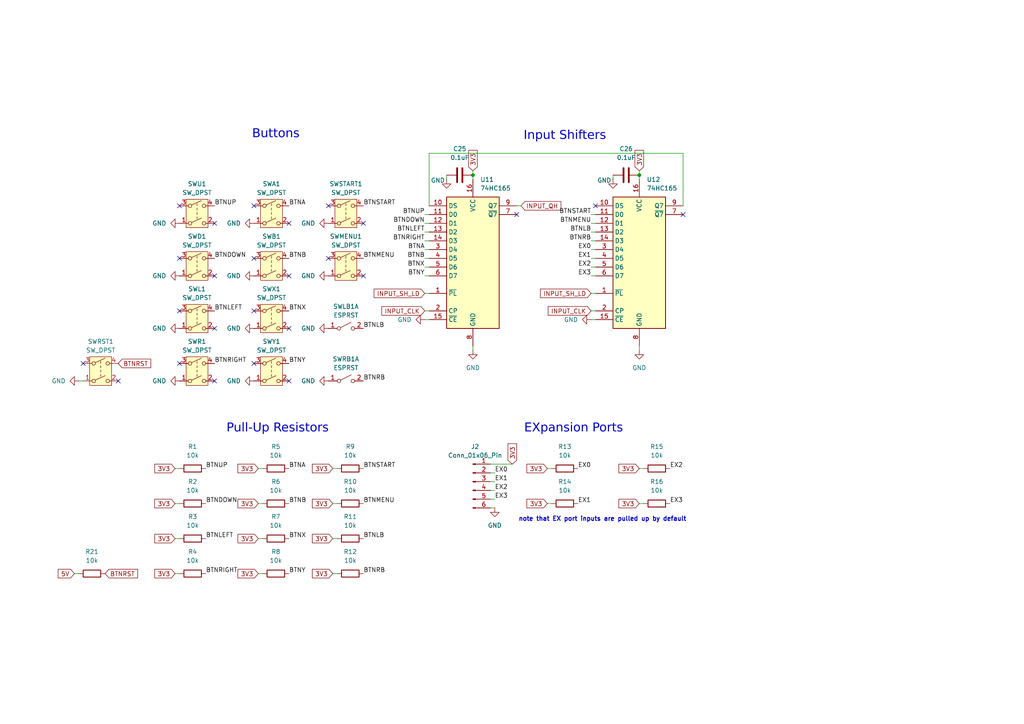
<source format=kicad_sch>
(kicad_sch (version 20250114) (generator "eeschema") (generator_version "9.0")
  (paper "A4")
  (lib_symbols
    (symbol "74xx:74HC165"
      (property "Reference" "U" (at -7.62 19.05 0))
      (property "Value" "74HC165" (at -7.62 -21.59 0))
      (symbol "74HC165_1_0"
        (pin input line (at -12.7 15.24 0) (length 5.08) (name "DS") (number "10"))
        (pin input line (at -12.7 12.7 0) (length 5.08) (name "D0") (number "11"))
        (pin input line (at -12.7 10.16 0) (length 5.08) (name "D1") (number "12"))
        (pin input line (at -12.7 7.62 0) (length 5.08) (name "D2") (number "13"))
        (pin input line (at -12.7 5.08 0) (length 5.08) (name "D3") (number "14"))
        (pin input line (at -12.7 2.54 0) (length 5.08) (name "D4") (number "3"))
        (pin input line (at -12.7 0 0) (length 5.08) (name "D5") (number "4"))
        (pin input line (at -12.7 -2.54 0) (length 5.08) (name "D6") (number "5"))
        (pin input line (at -12.7 -5.08 0) (length 5.08) (name "D7") (number "6"))
        (pin input line (at -12.7 -10.16 0) (length 5.08) (name "~{PL}") (number "1"))
        (pin input line (at -12.7 -15.24 0) (length 5.08) (name "CP") (number "2"))
        (pin input line (at -12.7 -17.78 0) (length 5.08) (name "~{CE}") (number "15"))
        (pin power_in line (at 0 22.86 270) (length 5.08) (name "VCC") (number "16"))
        (pin power_in line (at 0 -25.4 90) (length 5.08) (name "GND") (number "8"))
        (pin output line (at 12.7 15.24 180) (length 5.08) (name "Q7") (number "9"))
        (pin output line (at 12.7 12.7 180) (length 5.08) (name "~{Q7}") (number "7"))
      )
      (symbol "74HC165_1_1"
        (rectangle (start -7.62 17.78) (end 7.62 -20.32) (stroke (width 0.254)) (fill (type background)))
      )
    )
    (symbol "Connector:Conn_01x06_Pin" (pin_names (offset 1.016) (hide yes))
      (property "Reference" "J" (at 0 7.62 0))
      (property "Value" "Conn_01x06_Pin" (at 0 -10.16 0))
      (symbol "Conn_01x06_Pin_1_1"
        (rectangle (start 0.8636 5.207) (end 0 4.953) (stroke (width 0.1524)) (fill (type outline)))
        (rectangle (start 0.8636 2.667) (end 0 2.413) (stroke (width 0.1524)) (fill (type outline)))
        (rectangle (start 0.8636 0.127) (end 0 -0.127) (stroke (width 0.1524)) (fill (type outline)))
        (rectangle (start 0.8636 -2.413) (end 0 -2.667) (stroke (width 0.1524)) (fill (type outline)))
        (rectangle (start 0.8636 -4.953) (end 0 -5.207) (stroke (width 0.1524)) (fill (type outline)))
        (rectangle (start 0.8636 -7.493) (end 0 -7.747) (stroke (width 0.1524)) (fill (type outline)))
        (polyline (pts (xy 1.27 5.08) (xy 0.8636 5.08)) (stroke (width 0.1524)))
        (polyline (pts (xy 1.27 2.54) (xy 0.8636 2.54)) (stroke (width 0.1524)))
        (polyline (pts (xy 1.27 0) (xy 0.8636 0)) (stroke (width 0.1524)))
        (polyline (pts (xy 1.27 -2.54) (xy 0.8636 -2.54)) (stroke (width 0.1524)))
        (polyline (pts (xy 1.27 -5.08) (xy 0.8636 -5.08)) (stroke (width 0.1524)))
        (polyline (pts (xy 1.27 -7.62) (xy 0.8636 -7.62)) (stroke (width 0.1524)))
        (pin passive line (at 5.08 5.08 180) (length 3.81) (name "Pin_1") (number "1"))
        (pin passive line (at 5.08 2.54 180) (length 3.81) (name "Pin_2") (number "2"))
        (pin passive line (at 5.08 0 180) (length 3.81) (name "Pin_3") (number "3"))
        (pin passive line (at 5.08 -2.54 180) (length 3.81) (name "Pin_4") (number "4"))
        (pin passive line (at 5.08 -5.08 180) (length 3.81) (name "Pin_5") (number "5"))
        (pin passive line (at 5.08 -7.62 180) (length 3.81) (name "Pin_6") (number "6"))
      )
    )
    (symbol "Device:C" (pin_numbers (hide yes)) (pin_names (offset 0.254))
      (property "Reference" "C" (at 0.635 2.54 0))
      (property "Value" "C" (at 0.635 -2.54 0))
      (symbol "C_0_1"
        (polyline (pts (xy -2.032 0.762) (xy 2.032 0.762)) (stroke (width 0.508)))
        (polyline (pts (xy -2.032 -0.762) (xy 2.032 -0.762)) (stroke (width 0.508)))
      )
      (symbol "C_1_1"
        (pin passive line (at 0 3.81 270) (length 2.794) (name "~") (number "1"))
        (pin passive line (at 0 -3.81 90) (length 2.794) (name "~") (number "2"))
      )
    )
    (symbol "Device:R" (pin_numbers (hide yes)) (pin_names (offset 0))
      (property "Reference" "R" (at 2.032 0 90))
      (property "Value" "R" (at 0 0 90))
      (symbol "R_0_1"
        (rectangle (start -1.016 -2.54) (end 1.016 2.54) (stroke (width 0.254)))
      )
      (symbol "R_1_1"
        (pin passive line (at 0 3.81 270) (length 1.27) (name "~") (number "1"))
        (pin passive line (at 0 -3.81 90) (length 1.27) (name "~") (number "2"))
      )
    )
    (symbol "Switch:SW_DPST" (pin_names (offset 0) (hide yes))
      (property "Reference" "SW" (at 0 6.35 0))
      (property "Value" "SW_DPST" (at 0 -5.08 0))
      (symbol "SW_DPST_0_0"
        (circle (center -2.032 2.54) (radius 0.508))
        (circle (center -2.032 -2.54) (radius 0.508))
        (polyline (pts (xy -1.524 2.794) (xy 1.27 4.064)))
        (polyline (pts (xy -1.524 -2.286) (xy 1.27 -1.016)))
        (polyline (pts (xy 0 2.54) (xy 0 3.175)))
        (polyline (pts (xy 0 1.27) (xy 0 1.905)))
        (polyline (pts (xy 0 0) (xy 0 0.635)))
        (polyline (pts (xy 0 -1.27) (xy 0 -0.635)))
        (circle (center 2.032 2.54) (radius 0.508))
        (circle (center 2.032 -2.54) (radius 0.508))
      )
      (symbol "SW_DPST_1_1"
        (rectangle (start -3.175 4.445) (end 3.175 -3.81) (fill (type background)))
        (pin passive line (at -5.08 2.54 0) (length 2.54) (name "3") (number "3"))
        (pin passive line (at -5.08 -2.54 0) (length 2.54) (name "1") (number "1"))
        (pin passive line (at 5.08 2.54 180) (length 2.54) (name "4") (number "4"))
        (pin passive line (at 5.08 -2.54 180) (length 2.54) (name "2") (number "2"))
      )
    )
    (symbol "Switch:SW_DPST_x2" (pin_names (offset 0) (hide yes))
      (property "Reference" "SW" (at 0 3.175 0))
      (property "Value" "SW_DPST_x2" (at 0 -2.54 0))
      (symbol "SW_DPST_x2_0_0"
        (circle (center -2.032 0) (radius 0.508))
        (polyline (pts (xy -1.524 0.254) (xy 1.524 1.778)))
        (circle (center 2.032 0) (radius 0.508))
      )
      (symbol "SW_DPST_x2_1_1"
        (pin passive line (at -5.08 0 0) (length 2.54) (name "A") (number "1"))
        (pin passive line (at 5.08 0 180) (length 2.54) (name "B") (number "2"))
      )
      (symbol "SW_DPST_x2_2_1"
        (pin passive line (at -5.08 0 0) (length 2.54) (name "A") (number "3"))
        (pin passive line (at 5.08 0 180) (length 2.54) (name "B") (number "4"))
      )
    )
    (symbol "power:GND" (power) (pin_numbers (hide yes)) (pin_names (offset 0) (hide yes))
      (property "Value" "GND" (at 0 -3.81 0))
      (symbol "GND_0_1"
        (polyline (pts (xy 0 0) (xy 0 -1.27) (xy 1.27 -1.27) (xy 0 -2.54) (xy -1.27 -1.27) (xy 0 -1.27)))
      )
      (symbol "GND_1_1"
        (pin power_in line (at 0 0 270) (length 0) (name "~") (number "1"))
      )
    )
  )
  (text "Pull-Up Resistors\n" (at 80.518 124.968 0) (effects (font (size 2.54 2.54))))
  (text "EXpansion Ports" (at 166.37 124.968 0) (effects (font (size 2.54 2.54))))
  (text "note that EX port inputs are pulled up by default" (at 174.752 150.622 0) (effects (font (size 1.27 1.27) (thickness 0.254) (bold yes))))
  (text "Buttons" (at 80.01 39.624 0) (effects (font (size 2.54 2.54))))
  (text "Input Shifters" (at 163.83 40.132 0) (effects (font (size 2.54 2.54))))
  (junction (at 185.42 50.8))
  (junction (at 137.16 50.8))
  (no_connect (at 105.41 80.01))
  (no_connect (at 73.66 74.93))
  (no_connect (at 83.82 80.01))
  (no_connect (at 149.86 62.23))
  (no_connect (at 24.13 105.41))
  (no_connect (at 52.07 74.93))
  (no_connect (at 62.23 110.49))
  (no_connect (at 73.66 90.17))
  (no_connect (at 83.82 64.77))
  (no_connect (at 83.82 110.49))
  (no_connect (at 34.29 110.49))
  (no_connect (at 52.07 105.41))
  (no_connect (at 83.82 95.25))
  (no_connect (at 62.23 80.01))
  (no_connect (at 62.23 64.77))
  (no_connect (at 52.07 90.17))
  (no_connect (at 105.41 64.77))
  (no_connect (at 73.66 105.41))
  (no_connect (at 172.72 59.69))
  (no_connect (at 198.12 62.23))
  (no_connect (at 52.07 59.69))
  (no_connect (at 95.25 74.93))
  (no_connect (at 95.25 59.69))
  (no_connect (at 62.23 95.25))
  (no_connect (at 73.66 59.69))
  (wire (pts (xy 137.16 50.8) (xy 137.16 52.07)))
  (wire (pts (xy 185.42 146.05) (xy 186.69 146.05)))
  (wire (pts (xy 96.52 146.05) (xy 97.79 146.05)))
  (wire (pts (xy 123.19 67.31) (xy 124.46 67.31)))
  (wire (pts (xy 96.52 166.37) (xy 97.79 166.37)))
  (wire (pts (xy 96.52 156.21) (xy 97.79 156.21)))
  (wire (pts (xy 143.51 142.24) (xy 142.24 142.24)))
  (wire (pts (xy 96.52 135.89) (xy 97.79 135.89)))
  (wire (pts (xy 50.8 146.05) (xy 52.07 146.05)))
  (wire (pts (xy 171.45 92.71) (xy 172.72 92.71)))
  (wire (pts (xy 185.42 49.53) (xy 185.42 50.8)))
  (wire (pts (xy 151.13 59.69) (xy 149.86 59.69)))
  (wire (pts (xy 137.16 49.53) (xy 137.16 50.8)))
  (wire (pts (xy 123.19 74.93) (xy 124.46 74.93)))
  (wire (pts (xy 123.19 64.77) (xy 124.46 64.77)))
  (wire (pts (xy 123.19 90.17) (xy 124.46 90.17)))
  (wire (pts (xy 171.45 69.85) (xy 172.72 69.85)))
  (wire (pts (xy 74.93 146.05) (xy 76.2 146.05)))
  (wire (pts (xy 171.45 67.31) (xy 172.72 67.31)))
  (wire (pts (xy 22.86 110.49) (xy 24.13 110.49)))
  (wire (pts (xy 177.8 52.07) (xy 177.8 50.8)))
  (wire (pts (xy 50.8 166.37) (xy 52.07 166.37)))
  (wire (pts (xy 171.45 80.01) (xy 172.72 80.01)))
  (wire (pts (xy 198.12 44.45) (xy 198.12 59.69)))
  (wire (pts (xy 171.45 74.93) (xy 172.72 74.93)))
  (wire (pts (xy 129.54 52.07) (xy 129.54 50.8)))
  (wire (pts (xy 74.93 166.37) (xy 76.2 166.37)))
  (wire (pts (xy 185.42 101.6) (xy 185.42 100.33)))
  (wire (pts (xy 123.19 72.39) (xy 124.46 72.39)))
  (wire (pts (xy 158.75 146.05) (xy 160.02 146.05)))
  (wire (pts (xy 185.42 50.8) (xy 185.42 52.07)))
  (wire (pts (xy 123.19 62.23) (xy 124.46 62.23)))
  (wire (pts (xy 124.46 44.45) (xy 124.46 59.69)))
  (wire (pts (xy 171.45 64.77) (xy 172.72 64.77)))
  (wire (pts (xy 123.19 77.47) (xy 124.46 77.47)))
  (wire (pts (xy 143.51 144.78) (xy 142.24 144.78)))
  (wire (pts (xy 171.45 72.39) (xy 172.72 72.39)))
  (wire (pts (xy 74.93 135.89) (xy 76.2 135.89)))
  (wire (pts (xy 50.8 135.89) (xy 52.07 135.89)))
  (wire (pts (xy 74.93 156.21) (xy 76.2 156.21)))
  (wire (pts (xy 171.45 62.23) (xy 172.72 62.23)))
  (wire (pts (xy 50.8 156.21) (xy 52.07 156.21)))
  (wire (pts (xy 123.19 80.01) (xy 124.46 80.01)))
  (wire (pts (xy 123.19 69.85) (xy 124.46 69.85)))
  (wire (pts (xy 137.16 101.6) (xy 137.16 100.33)))
  (wire (pts (xy 143.51 147.32) (xy 142.24 147.32)))
  (wire (pts (xy 123.19 92.71) (xy 124.46 92.71)))
  (wire (pts (xy 171.45 85.09) (xy 172.72 85.09)))
  (wire (pts (xy 158.75 135.89) (xy 160.02 135.89)))
  (wire (pts (xy 123.19 85.09) (xy 124.46 85.09)))
  (wire (pts (xy 143.51 139.7) (xy 142.24 139.7)))
  (wire (pts (xy 148.59 134.62) (xy 142.24 134.62)))
  (wire (pts (xy 185.42 135.89) (xy 186.69 135.89)))
  (wire (pts (xy 198.12 44.45) (xy 124.46 44.45)))
  (wire (pts (xy 143.51 137.16) (xy 142.24 137.16)))
  (wire (pts (xy 171.45 77.47) (xy 172.72 77.47)))
  (wire (pts (xy 21.59 166.37) (xy 22.86 166.37)))
  (wire (pts (xy 171.45 90.17) (xy 172.72 90.17)))
  (label "BTNLEFT" (at 62.23 90.17 0))
  (label "BTNA" (at 123.19 72.39 180))
  (label "BTNDOWN" (at 62.23 74.93 0))
  (label "EX3" (at 171.45 80.01 180))
  (label "BTNUP" (at 62.23 59.69 0))
  (label "BTNDOWN" (at 59.69 146.05 0))
  (label "BTNB" (at 83.82 146.05 0))
  (label "BTNLEFT" (at 123.19 67.31 180))
  (label "BTNRIGHT" (at 123.19 69.85 180))
  (label "BTNA" (at 83.82 135.89 0))
  (label "BTNX" (at 83.82 90.17 0))
  (label "EX0" (at 171.45 72.39 180))
  (label "BTNY" (at 123.19 80.01 180))
  (label "EX2" (at 194.31 135.89 0))
  (label "EX2" (at 171.45 77.47 180))
  (label "EX1" (at 143.51 139.7 0))
  (label "BTNB" (at 123.19 74.93 180))
  (label "EX0" (at 143.51 137.16 0))
  (label "BTNRIGHT" (at 59.69 166.37 0))
  (label "BTNLB" (at 171.45 67.31 180))
  (label "EX3" (at 143.51 144.78 0))
  (label "EX3" (at 194.31 146.05 0))
  (label "BTNUP" (at 59.69 135.89 0))
  (label "BTNX" (at 83.82 156.21 0))
  (label "BTNLEFT" (at 59.69 156.21 0))
  (label "BTNB" (at 83.82 74.93 0))
  (label "BTNRB" (at 105.41 166.37 0))
  (label "BTNLB" (at 105.41 95.25 0))
  (label "BTNY" (at 83.82 166.37 0))
  (label "EX0" (at 167.64 135.89 0))
  (label "BTNY" (at 83.82 105.41 0))
  (label "BTNX" (at 123.19 77.47 180))
  (label "BTNRIGHT" (at 62.23 105.41 0))
  (label "BTNDOWN" (at 123.19 64.77 180))
  (label "BTNA" (at 83.82 59.69 0))
  (label "BTNMENU" (at 105.41 146.05 0))
  (label "BTNLB" (at 105.41 156.21 0))
  (label "BTNUP" (at 123.19 62.23 180))
  (label "BTNSTART" (at 105.41 59.69 0))
  (label "BTNRB" (at 105.41 110.49 0))
  (label "EX2" (at 143.51 142.24 0))
  (label "BTNMENU" (at 171.45 64.77 180))
  (label "EX1" (at 167.64 146.05 0))
  (label "BTNSTART" (at 105.41 135.89 0))
  (label "BTNSTART" (at 171.45 62.23 180))
  (label "EX1" (at 171.45 74.93 180))
  (label "BTNRB" (at 171.45 69.85 180))
  (label "BTNMENU" (at 105.41 74.93 0))
  (global_label "3V3" (shape input) (at 96.52 135.89 180) (property "Intersheetrefs" "${INTERSHEET_REFS}" (effects (hide yes))))
  (global_label "3V3" (shape input) (at 185.42 135.89 180) (property "Intersheetrefs" "${INTERSHEET_REFS}" (effects (hide yes))))
  (global_label "INPUT_CLK" (shape input) (at 123.19 90.17 180) (property "Intersheetrefs" "${INTERSHEET_REFS}" (effects (hide yes))))
  (global_label "3V3" (shape input) (at 50.8 166.37 180) (property "Intersheetrefs" "${INTERSHEET_REFS}" (effects (hide yes))))
  (global_label "3V3" (shape input) (at 74.93 156.21 180) (property "Intersheetrefs" "${INTERSHEET_REFS}" (effects (hide yes))))
  (global_label "BTNRST" (shape input) (at 30.48 166.37 0) (property "Intersheetrefs" "${INTERSHEET_REFS}" (effects (hide yes))))
  (global_label "INPUT_QH" (shape input) (at 151.13 59.69 0) (property "Intersheetrefs" "${INTERSHEET_REFS}" (effects (hide yes))))
  (global_label "BTNRST" (shape input) (at 34.29 105.41 0) (property "Intersheetrefs" "${INTERSHEET_REFS}" (effects (hide yes))))
  (global_label "3V3" (shape input) (at 137.16 49.53 90) (property "Intersheetrefs" "${INTERSHEET_REFS}" (effects (hide yes))))
  (global_label "3V3" (shape input) (at 185.42 49.53 90) (property "Intersheetrefs" "${INTERSHEET_REFS}" (effects (hide yes))))
  (global_label "3V3" (shape input) (at 96.52 146.05 180) (property "Intersheetrefs" "${INTERSHEET_REFS}" (effects (hide yes))))
  (global_label "3V3" (shape input) (at 50.8 156.21 180) (property "Intersheetrefs" "${INTERSHEET_REFS}" (effects (hide yes))))
  (global_label "3V3" (shape input) (at 74.93 166.37 180) (property "Intersheetrefs" "${INTERSHEET_REFS}" (effects (hide yes))))
  (global_label "3V3" (shape input) (at 158.75 146.05 180) (property "Intersheetrefs" "${INTERSHEET_REFS}" (effects (hide yes))))
  (global_label "3V3" (shape input) (at 50.8 135.89 180) (property "Intersheetrefs" "${INTERSHEET_REFS}" (effects (hide yes))))
  (global_label "3V3" (shape input) (at 50.8 146.05 180) (property "Intersheetrefs" "${INTERSHEET_REFS}" (effects (hide yes))))
  (global_label "3V3" (shape input) (at 148.59 134.62 90) (property "Intersheetrefs" "${INTERSHEET_REFS}" (effects (hide yes))))
  (global_label "3V3" (shape input) (at 185.42 146.05 180) (property "Intersheetrefs" "${INTERSHEET_REFS}" (effects (hide yes))))
  (global_label "3V3" (shape input) (at 74.93 146.05 180) (property "Intersheetrefs" "${INTERSHEET_REFS}" (effects (hide yes))))
  (global_label "5V" (shape input) (at 21.59 166.37 180) (property "Intersheetrefs" "${INTERSHEET_REFS}" (effects (hide yes))))
  (global_label "3V3" (shape input) (at 96.52 166.37 180) (property "Intersheetrefs" "${INTERSHEET_REFS}" (effects (hide yes))))
  (global_label "INPUT_SH_LD" (shape input) (at 123.19 85.09 180) (property "Intersheetrefs" "${INTERSHEET_REFS}" (effects (hide yes))))
  (global_label "3V3" (shape input) (at 74.93 135.89 180) (property "Intersheetrefs" "${INTERSHEET_REFS}" (effects (hide yes))))
  (global_label "3V3" (shape input) (at 158.75 135.89 180) (property "Intersheetrefs" "${INTERSHEET_REFS}" (effects (hide yes))))
  (global_label "3V3" (shape input) (at 96.52 156.21 180) (property "Intersheetrefs" "${INTERSHEET_REFS}" (effects (hide yes))))
  (global_label "INPUT_CLK" (shape input) (at 171.45 90.17 180) (property "Intersheetrefs" "${INTERSHEET_REFS}" (effects (hide yes))))
  (global_label "INPUT_SH_LD" (shape input) (at 171.45 85.09 180) (property "Intersheetrefs" "${INTERSHEET_REFS}" (effects (hide yes))))
  (symbol (lib_id "power:GND") (at 52.07 64.77 270) (unit 1)
    (property "Reference" "#PWR01" (effects (hide yes)))
    (property "Value" "GND" (at 48.26 64.7699 90) (effects (justify right)))
    (property "Description" "Power symbol creates a global label with name \"GND\" , ground" (effects (hide yes)))
  )
  (symbol (lib_id "74xx:74HC165") (at 137.16 74.93 0) (unit 1)
    (property "Reference" "U11" (at 139.3033 52.07 0) (effects (justify left)))
    (property "Value" "74HC165" (at 139.3033 54.61 0) (effects (justify left)))
    (property "Footprint" "Package_DIP:DIP-16_W7.62mm" (effects (hide yes)))
    (property "Datasheet" "https://assets.nexperia.com/documents/data-sheet/74HC_HCT165.pdf" (effects (hide yes)))
    (property "Description" "Shift Register, 8-bit, Parallel Load" (effects (hide yes)))
  )
  (symbol (lib_id "Device:R") (at 26.67 166.37 90) (unit 1)
    (property "Reference" "R21" (at 26.67 160.02 90))
    (property "Value" "10k" (at 26.67 162.56 90))
    (property "Footprint" "Resistor_SMD:R_0805_2012Metric_Pad1.20x1.40mm_HandSolder" (effects (hide yes)))
    (property "Description" "Resistor" (effects (hide yes)))
  )
  (symbol (lib_id "Switch:SW_DPST") (at 57.15 62.23 0) (unit 1)
    (property "Reference" "SWU1" (at 57.15 53.34 0))
    (property "Value" "SW_DPST" (at 57.15 55.88 0))
    (property "Footprint" "ray:SW_PUSH_6mm" (effects (hide yes)))
    (property "Description" "Double Pole Single Throw (DPST) Switch" (effects (hide yes)))
  )
  (symbol (lib_id "power:GND") (at 129.54 52.07 0) (unit 1)
    (property "Reference" "#PWR08" (effects (hide yes)))
    (property "Value" "GND" (at 127 52.324 0))
    (property "Description" "Power symbol creates a global label with name \"GND\" , ground" (effects (hide yes)))
  )
  (symbol (lib_id "power:GND") (at 123.19 92.71 270) (unit 1)
    (property "Reference" "#PWR026" (effects (hide yes)))
    (property "Value" "GND" (at 119.38 92.7099 90) (effects (justify right)))
    (property "Description" "Power symbol creates a global label with name \"GND\" , ground" (effects (hide yes)))
  )
  (symbol (lib_id "Device:R") (at 190.5 146.05 90) (unit 1)
    (property "Reference" "R16" (at 190.5 139.7 90))
    (property "Value" "10k" (at 190.5 142.24 90))
    (property "Footprint" "Resistor_SMD:R_0805_2012Metric_Pad1.20x1.40mm_HandSolder" (effects (hide yes)))
    (property "Description" "Resistor" (effects (hide yes)))
  )
  (symbol (lib_id "power:GND") (at 73.66 64.77 270) (unit 1)
    (property "Reference" "#PWR013" (effects (hide yes)))
    (property "Value" "GND" (at 69.85 64.7699 90) (effects (justify right)))
    (property "Description" "Power symbol creates a global label with name \"GND\" , ground" (effects (hide yes)))
  )
  (symbol (lib_id "Device:C") (at 133.35 50.8 90) (unit 1)
    (property "Reference" "C25" (at 133.35 43.18 90))
    (property "Value" "0.1uF" (at 133.35 45.72 90))
    (property "Footprint" "Capacitor_SMD:C_0805_2012Metric_Pad1.18x1.45mm_HandSolder" (effects (hide yes)))
    (property "Description" "Unpolarized capacitor" (effects (hide yes)))
  )
  (symbol (lib_id "Device:R") (at 101.6 146.05 90) (unit 1)
    (property "Reference" "R10" (at 101.6 139.7 90))
    (property "Value" "10k" (at 101.6 142.24 90))
    (property "Footprint" "Resistor_SMD:R_0805_2012Metric_Pad1.20x1.40mm_HandSolder" (effects (hide yes)))
    (property "Description" "Resistor" (effects (hide yes)))
  )
  (symbol (lib_id "Device:R") (at 101.6 135.89 90) (unit 1)
    (property "Reference" "R9" (at 101.6 129.54 90))
    (property "Value" "10k" (at 101.6 132.08 90))
    (property "Footprint" "Resistor_SMD:R_0805_2012Metric_Pad1.20x1.40mm_HandSolder" (effects (hide yes)))
    (property "Description" "Resistor" (effects (hide yes)))
  )
  (symbol (lib_id "Switch:SW_DPST") (at 57.15 77.47 0) (unit 1)
    (property "Reference" "SWD1" (at 57.15 68.58 0))
    (property "Value" "SW_DPST" (at 57.15 71.12 0))
    (property "Footprint" "ray:SW_PUSH_6mm" (effects (hide yes)))
    (property "Description" "Double Pole Single Throw (DPST) Switch" (effects (hide yes)))
  )
  (symbol (lib_id "Device:R") (at 80.01 156.21 90) (unit 1)
    (property "Reference" "R7" (at 80.01 149.86 90))
    (property "Value" "10k" (at 80.01 152.4 90))
    (property "Footprint" "Resistor_SMD:R_0805_2012Metric_Pad1.20x1.40mm_HandSolder" (effects (hide yes)))
    (property "Description" "Resistor" (effects (hide yes)))
  )
  (symbol (lib_id "power:GND") (at 52.07 110.49 270) (unit 1)
    (property "Reference" "#PWR012" (effects (hide yes)))
    (property "Value" "GND" (at 48.26 110.4899 90) (effects (justify right)))
    (property "Description" "Power symbol creates a global label with name \"GND\" , ground" (effects (hide yes)))
  )
  (symbol (lib_id "Switch:SW_DPST") (at 29.21 107.95 0) (unit 1)
    (property "Reference" "SWRST1" (at 29.21 99.06 0))
    (property "Value" "SW_DPST" (at 29.21 101.6 0))
    (property "Footprint" "ray:SW_PUSH_6mm" (effects (hide yes)))
    (property "Description" "Double Pole Single Throw (DPST) Switch" (effects (hide yes)))
  )
  (symbol (lib_id "Device:R") (at 190.5 135.89 90) (unit 1)
    (property "Reference" "R15" (at 190.5 129.54 90))
    (property "Value" "10k" (at 190.5 132.08 90))
    (property "Footprint" "Resistor_SMD:R_0805_2012Metric_Pad1.20x1.40mm_HandSolder" (effects (hide yes)))
    (property "Description" "Resistor" (effects (hide yes)))
  )
  (symbol (lib_id "Device:R") (at 80.01 135.89 90) (unit 1)
    (property "Reference" "R5" (at 80.01 129.54 90))
    (property "Value" "10k" (at 80.01 132.08 90))
    (property "Footprint" "Resistor_SMD:R_0805_2012Metric_Pad1.20x1.40mm_HandSolder" (effects (hide yes)))
    (property "Description" "Resistor" (effects (hide yes)))
  )
  (symbol (lib_id "Switch:SW_DPST") (at 78.74 62.23 0) (unit 1)
    (property "Reference" "SWA1" (at 78.74 53.34 0))
    (property "Value" "SW_DPST" (at 78.74 55.88 0))
    (property "Footprint" "ray:SW_PUSH_6mm" (effects (hide yes)))
    (property "Description" "Double Pole Single Throw (DPST) Switch" (effects (hide yes)))
  )
  (symbol (lib_id "power:GND") (at 22.86 110.49 270) (unit 1)
    (property "Reference" "#PWR0110" (effects (hide yes)))
    (property "Value" "GND" (at 19.05 110.4899 90) (effects (justify right)))
    (property "Description" "Power symbol creates a global label with name \"GND\" , ground" (effects (hide yes)))
  )
  (symbol (lib_id "power:GND") (at 171.45 92.71 270) (unit 1)
    (property "Reference" "#PWR025" (effects (hide yes)))
    (property "Value" "GND" (at 167.64 92.7099 90) (effects (justify right)))
    (property "Description" "Power symbol creates a global label with name \"GND\" , ground" (effects (hide yes)))
  )
  (symbol (lib_id "Device:C") (at 181.61 50.8 90) (unit 1)
    (property "Reference" "C26" (at 181.61 43.18 90))
    (property "Value" "0.1uF" (at 181.61 45.72 90))
    (property "Footprint" "Capacitor_SMD:C_0805_2012Metric_Pad1.18x1.45mm_HandSolder" (effects (hide yes)))
    (property "Description" "Unpolarized capacitor" (effects (hide yes)))
  )
  (symbol (lib_id "Switch:SW_DPST") (at 100.33 77.47 0) (unit 1)
    (property "Reference" "SWMENU1" (at 100.33 68.58 0))
    (property "Value" "SW_DPST" (at 100.33 71.12 0))
    (property "Footprint" "ray:SW_PUSH_6mm" (effects (hide yes)))
    (property "Description" "Double Pole Single Throw (DPST) Switch" (effects (hide yes)))
  )
  (symbol (lib_id "Switch:SW_DPST_x2") (at 100.33 95.25 0) (unit 1)
    (property "Reference" "SWLB1" (at 100.33 88.9 0))
    (property "Value" "ESPRST" (at 100.33 91.44 0))
    (property "Footprint" "ray:SW_SIDE_PUSH_3x6mm" (effects (hide yes)))
    (property "Description" "Single Pole Single Throw (SPST) switch, separate symbol" (effects (hide yes)))
  )
  (symbol (lib_id "power:GND") (at 73.66 95.25 270) (unit 1)
    (property "Reference" "#PWR017" (effects (hide yes)))
    (property "Value" "GND" (at 69.85 95.2499 90) (effects (justify right)))
    (property "Description" "Power symbol creates a global label with name \"GND\" , ground" (effects (hide yes)))
  )
  (symbol (lib_id "Device:R") (at 80.01 166.37 90) (unit 1)
    (property "Reference" "R8" (at 80.01 160.02 90))
    (property "Value" "10k" (at 80.01 162.56 90))
    (property "Footprint" "Resistor_SMD:R_0805_2012Metric_Pad1.20x1.40mm_HandSolder" (effects (hide yes)))
    (property "Description" "Resistor" (effects (hide yes)))
  )
  (symbol (lib_id "power:GND") (at 143.51 147.32 0) (unit 1)
    (property "Reference" "#PWR027" (effects (hide yes)))
    (property "Value" "GND" (at 143.51 152.4 0))
    (property "Description" "Power symbol creates a global label with name \"GND\" , ground" (effects (hide yes)))
  )
  (symbol (lib_id "Device:R") (at 163.83 146.05 90) (unit 1)
    (property "Reference" "R14" (at 163.83 139.7 90))
    (property "Value" "10k" (at 163.83 142.24 90))
    (property "Footprint" "Resistor_SMD:R_0805_2012Metric_Pad1.20x1.40mm_HandSolder" (effects (hide yes)))
    (property "Description" "Resistor" (effects (hide yes)))
  )
  (symbol (lib_id "Connector:Conn_01x06_Pin") (at 137.16 139.7 0) (unit 1)
    (property "Reference" "J2" (at 137.795 129.54 0))
    (property "Value" "Conn_01x06_Pin" (at 137.795 132.08 0))
    (property "Footprint" "Connector_PinSocket_2.54mm:PinSocket_1x06_P2.54mm_Vertical" (effects (hide yes)))
    (property "Description" "Generic connector, single row, 01x06, script generated" (effects (hide yes)))
  )
  (symbol (lib_id "Device:R") (at 55.88 166.37 90) (unit 1)
    (property "Reference" "R4" (at 55.88 160.02 90))
    (property "Value" "10k" (at 55.88 162.56 90))
    (property "Footprint" "Resistor_SMD:R_0805_2012Metric_Pad1.20x1.40mm_HandSolder" (effects (hide yes)))
    (property "Description" "Resistor" (effects (hide yes)))
  )
  (symbol (lib_id "power:GND") (at 95.25 110.49 270) (unit 1)
    (property "Reference" "#PWR022" (effects (hide yes)))
    (property "Value" "GND" (at 91.44 110.4899 90) (effects (justify right)))
    (property "Description" "Power symbol creates a global label with name \"GND\" , ground" (effects (hide yes)))
  )
  (symbol (lib_id "power:GND") (at 137.16 101.6 0) (unit 1)
    (property "Reference" "#PWR023" (effects (hide yes)))
    (property "Value" "GND" (at 137.16 106.68 0))
    (property "Description" "Power symbol creates a global label with name \"GND\" , ground" (effects (hide yes)))
  )
  (symbol (lib_id "Switch:SW_DPST") (at 57.15 107.95 0) (unit 1)
    (property "Reference" "SWR1" (at 57.15 99.06 0))
    (property "Value" "SW_DPST" (at 57.15 101.6 0))
    (property "Footprint" "ray:SW_PUSH_6mm" (effects (hide yes)))
    (property "Description" "Double Pole Single Throw (DPST) Switch" (effects (hide yes)))
  )
  (symbol (lib_id "74xx:74HC165") (at 185.42 74.93 0) (unit 1)
    (property "Reference" "U12" (at 187.5633 52.07 0) (effects (justify left)))
    (property "Value" "74HC165" (at 187.5633 54.61 0) (effects (justify left)))
    (property "Footprint" "Package_DIP:DIP-16_W7.62mm" (effects (hide yes)))
    (property "Datasheet" "https://assets.nexperia.com/documents/data-sheet/74HC_HCT165.pdf" (effects (hide yes)))
    (property "Description" "Shift Register, 8-bit, Parallel Load" (effects (hide yes)))
  )
  (symbol (lib_id "power:GND") (at 52.07 95.25 270) (unit 1)
    (property "Reference" "#PWR011" (effects (hide yes)))
    (property "Value" "GND" (at 48.26 95.2499 90) (effects (justify right)))
    (property "Description" "Power symbol creates a global label with name \"GND\" , ground" (effects (hide yes)))
  )
  (symbol (lib_id "power:GND") (at 185.42 101.6 0) (unit 1)
    (property "Reference" "#PWR024" (effects (hide yes)))
    (property "Value" "GND" (at 185.42 106.68 0))
    (property "Description" "Power symbol creates a global label with name \"GND\" , ground" (effects (hide yes)))
  )
  (symbol (lib_id "power:GND") (at 52.07 80.01 270) (unit 1)
    (property "Reference" "#PWR02" (effects (hide yes)))
    (property "Value" "GND" (at 48.26 80.0099 90) (effects (justify right)))
    (property "Description" "Power symbol creates a global label with name \"GND\" , ground" (effects (hide yes)))
  )
  (symbol (lib_id "Device:R") (at 101.6 166.37 90) (unit 1)
    (property "Reference" "R12" (at 101.6 160.02 90))
    (property "Value" "10k" (at 101.6 162.56 90))
    (property "Footprint" "Resistor_SMD:R_0805_2012Metric_Pad1.20x1.40mm_HandSolder" (effects (hide yes)))
    (property "Description" "Resistor" (effects (hide yes)))
  )
  (symbol (lib_id "power:GND") (at 73.66 110.49 270) (unit 1)
    (property "Reference" "#PWR018" (effects (hide yes)))
    (property "Value" "GND" (at 69.85 110.4899 90) (effects (justify right)))
    (property "Description" "Power symbol creates a global label with name \"GND\" , ground" (effects (hide yes)))
  )
  (symbol (lib_id "Switch:SW_DPST") (at 78.74 92.71 0) (unit 1)
    (property "Reference" "SWX1" (at 78.74 83.82 0))
    (property "Value" "SW_DPST" (at 78.74 86.36 0))
    (property "Footprint" "ray:SW_PUSH_6mm" (effects (hide yes)))
    (property "Description" "Double Pole Single Throw (DPST) Switch" (effects (hide yes)))
  )
  (symbol (lib_id "Device:R") (at 55.88 146.05 90) (unit 1)
    (property "Reference" "R2" (at 55.88 139.7 90))
    (property "Value" "10k" (at 55.88 142.24 90))
    (property "Footprint" "Resistor_SMD:R_0805_2012Metric_Pad1.20x1.40mm_HandSolder" (effects (hide yes)))
    (property "Description" "Resistor" (effects (hide yes)))
  )
  (symbol (lib_id "Switch:SW_DPST_x2") (at 100.33 110.49 0) (unit 1)
    (property "Reference" "SWRB1" (at 100.33 104.14 0))
    (property "Value" "ESPRST" (at 100.33 106.68 0))
    (property "Footprint" "ray:SW_SIDE_PUSH_3x6mm" (effects (hide yes)))
    (property "Description" "Single Pole Single Throw (SPST) switch, separate symbol" (effects (hide yes)))
  )
  (symbol (lib_id "Device:R") (at 101.6 156.21 90) (unit 1)
    (property "Reference" "R11" (at 101.6 149.86 90))
    (property "Value" "10k" (at 101.6 152.4 90))
    (property "Footprint" "Resistor_SMD:R_0805_2012Metric_Pad1.20x1.40mm_HandSolder" (effects (hide yes)))
    (property "Description" "Resistor" (effects (hide yes)))
  )
  (symbol (lib_id "Switch:SW_DPST") (at 78.74 77.47 0) (unit 1)
    (property "Reference" "SWB1" (at 78.74 68.58 0))
    (property "Value" "SW_DPST" (at 78.74 71.12 0))
    (property "Footprint" "ray:SW_PUSH_6mm" (effects (hide yes)))
    (property "Description" "Double Pole Single Throw (DPST) Switch" (effects (hide yes)))
  )
  (symbol (lib_id "Switch:SW_DPST") (at 57.15 92.71 0) (unit 1)
    (property "Reference" "SWL1" (at 57.15 83.82 0))
    (property "Value" "SW_DPST" (at 57.15 86.36 0))
    (property "Footprint" "ray:SW_PUSH_6mm" (effects (hide yes)))
    (property "Description" "Double Pole Single Throw (DPST) Switch" (effects (hide yes)))
  )
  (symbol (lib_id "power:GND") (at 73.66 80.01 270) (unit 1)
    (property "Reference" "#PWR016" (effects (hide yes)))
    (property "Value" "GND" (at 69.85 80.0099 90) (effects (justify right)))
    (property "Description" "Power symbol creates a global label with name \"GND\" , ground" (effects (hide yes)))
  )
  (symbol (lib_id "power:GND") (at 95.25 64.77 270) (unit 1)
    (property "Reference" "#PWR019" (effects (hide yes)))
    (property "Value" "GND" (at 91.44 64.7699 90) (effects (justify right)))
    (property "Description" "Power symbol creates a global label with name \"GND\" , ground" (effects (hide yes)))
  )
  (symbol (lib_id "Device:R") (at 55.88 156.21 90) (unit 1)
    (property "Reference" "R3" (at 55.88 149.86 90))
    (property "Value" "10k" (at 55.88 152.4 90))
    (property "Footprint" "Resistor_SMD:R_0805_2012Metric_Pad1.20x1.40mm_HandSolder" (effects (hide yes)))
    (property "Description" "Resistor" (effects (hide yes)))
  )
  (symbol (lib_id "Device:R") (at 163.83 135.89 90) (unit 1)
    (property "Reference" "R13" (at 163.83 129.54 90))
    (property "Value" "10k" (at 163.83 132.08 90))
    (property "Footprint" "Resistor_SMD:R_0805_2012Metric_Pad1.20x1.40mm_HandSolder" (effects (hide yes)))
    (property "Description" "Resistor" (effects (hide yes)))
  )
  (symbol (lib_id "power:GND") (at 95.25 80.01 270) (unit 1)
    (property "Reference" "#PWR020" (effects (hide yes)))
    (property "Value" "GND" (at 91.44 80.0099 90) (effects (justify right)))
    (property "Description" "Power symbol creates a global label with name \"GND\" , ground" (effects (hide yes)))
  )
  (symbol (lib_id "power:GND") (at 177.8 52.07 0) (unit 1)
    (property "Reference" "#PWR0101" (effects (hide yes)))
    (property "Value" "GND" (at 175.26 52.324 0))
    (property "Description" "Power symbol creates a global label with name \"GND\" , ground" (effects (hide yes)))
  )
  (symbol (lib_id "Switch:SW_DPST") (at 100.33 62.23 0) (unit 1)
    (property "Reference" "SWSTART1" (at 100.33 53.34 0))
    (property "Value" "SW_DPST" (at 100.33 55.88 0))
    (property "Footprint" "ray:SW_PUSH_6mm" (effects (hide yes)))
    (property "Description" "Double Pole Single Throw (DPST) Switch" (effects (hide yes)))
  )
  (symbol (lib_id "Device:R") (at 55.88 135.89 90) (unit 1)
    (property "Reference" "R1" (at 55.88 129.54 90))
    (property "Value" "10k" (at 55.88 132.08 90))
    (property "Footprint" "Resistor_SMD:R_0805_2012Metric_Pad1.20x1.40mm_HandSolder" (effects (hide yes)))
    (property "Description" "Resistor" (effects (hide yes)))
  )
  (symbol (lib_id "power:GND") (at 95.25 95.25 270) (unit 1)
    (property "Reference" "#PWR021" (effects (hide yes)))
    (property "Value" "GND" (at 91.44 95.2499 90) (effects (justify right)))
    (property "Description" "Power symbol creates a global label with name \"GND\" , ground" (effects (hide yes)))
  )
  (symbol (lib_id "Switch:SW_DPST") (at 78.74 107.95 0) (unit 1)
    (property "Reference" "SWY1" (at 78.74 99.06 0))
    (property "Value" "SW_DPST" (at 78.74 101.6 0))
    (property "Footprint" "ray:SW_PUSH_6mm" (effects (hide yes)))
    (property "Description" "Double Pole Single Throw (DPST) Switch" (effects (hide yes)))
  )
  (symbol (lib_id "Device:R") (at 80.01 146.05 90) (unit 1)
    (property "Reference" "R6" (at 80.01 139.7 90))
    (property "Value" "10k" (at 80.01 142.24 90))
    (property "Footprint" "Resistor_SMD:R_0805_2012Metric_Pad1.20x1.40mm_HandSolder" (effects (hide yes)))
    (property "Description" "Resistor" (effects (hide yes)))
  )
)
</source>
